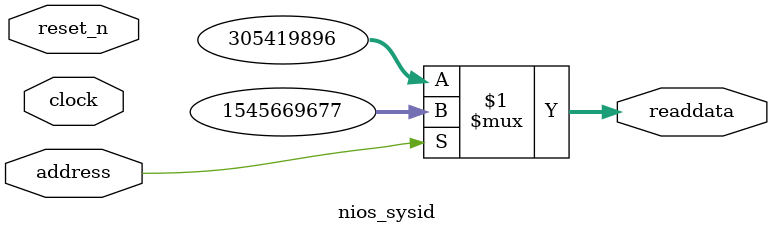
<source format=v>



// synthesis translate_off
`timescale 1ns / 1ps
// synthesis translate_on

// turn off superfluous verilog processor warnings 
// altera message_level Level1 
// altera message_off 10034 10035 10036 10037 10230 10240 10030 

module nios_sysid (
               // inputs:
                address,
                clock,
                reset_n,

               // outputs:
                readdata
             )
;

  output  [ 31: 0] readdata;
  input            address;
  input            clock;
  input            reset_n;

  wire    [ 31: 0] readdata;
  //control_slave, which is an e_avalon_slave
  assign readdata = address ? 1545669677 : 305419896;

endmodule



</source>
